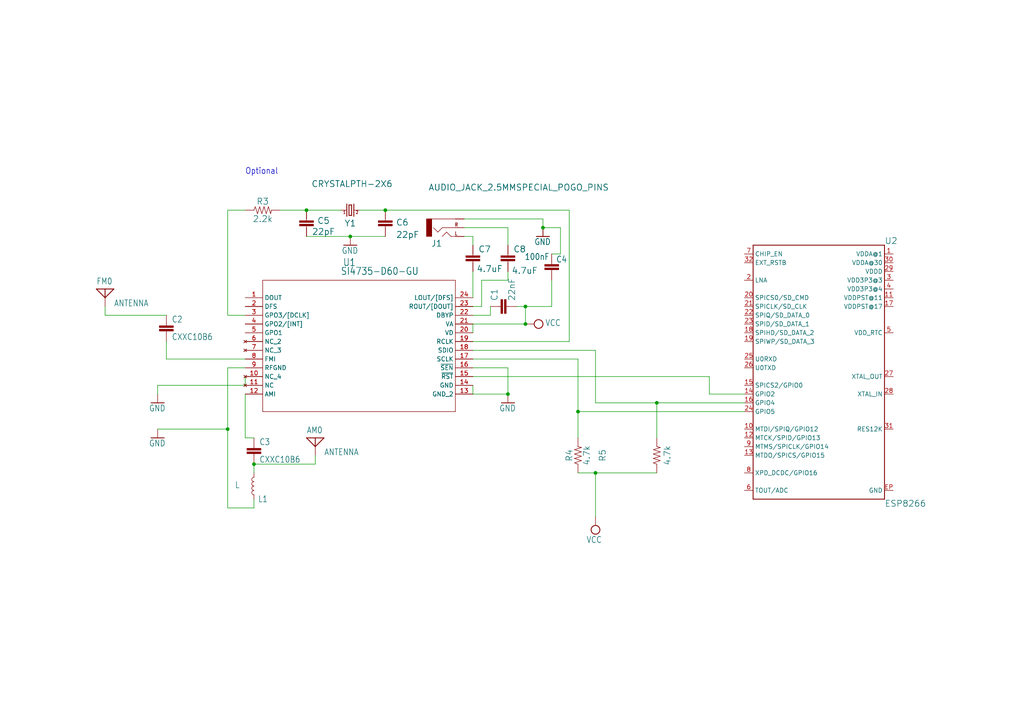
<source format=kicad_sch>
(kicad_sch (version 20231120) (generator "eeschema") (generator_version "8.0")
  (paper "A4")
  (lib_symbols
    (symbol "Device:L" (pin_numbers hide) (pin_names (offset 1.016) hide)
      (property "Reference" "L" (at -1.27 0 90))
      (property "Value" "L" (at 1.905 0 90))
      (symbol "L_0_1"
        (arc (start 0 -2.54) (mid 0.6323 -1.905) (end 0 -1.27))
        (arc (start 0 -1.27) (mid 0.6323 -0.635) (end 0 0))
        (arc (start 0 0) (mid 0.6323 0.635) (end 0 1.27))
        (arc (start 0 1.27) (mid 0.6323 1.905) (end 0 2.54))
      )
      (symbol "L_1_1"
        (pin passive line (at 0 3.81 270) (length 1.27) (name "1") (number "1"))
        (pin passive line (at 0 -3.81 90) (length 1.27) (name "2") (number "2"))
      )
    )
    (symbol "schematic_esp8266_basic-eagle-import:2.2KOHM-0603-1/10W-1%"
      (property "Reference" "R" (at 0 1.524 0))
      (symbol "2.2KOHM-0603-1/10W-1%_1_0"
        (polyline (pts (xy -2.54 0) (xy -2.159 1.016)) (stroke (width 0.1524)))
        (polyline (pts (xy -2.159 1.016) (xy -1.524 -1.016)) (stroke (width 0.1524)))
        (polyline (pts (xy -1.524 -1.016) (xy -0.889 1.016)) (stroke (width 0.1524)))
        (polyline (pts (xy -0.889 1.016) (xy -0.254 -1.016)) (stroke (width 0.1524)))
        (polyline (pts (xy -0.254 -1.016) (xy 0.381 1.016)) (stroke (width 0.1524)))
        (polyline (pts (xy 0.381 1.016) (xy 1.016 -1.016)) (stroke (width 0.1524)))
        (polyline (pts (xy 1.016 -1.016) (xy 1.651 1.016)) (stroke (width 0.1524)))
        (polyline (pts (xy 1.651 1.016) (xy 2.286 -1.016)) (stroke (width 0.1524)))
        (polyline (pts (xy 2.286 -1.016) (xy 2.54 0)) (stroke (width 0.1524)))
        (pin passive line (at -5.08 0 0) (length 2.54) (name "1") (number "1"))
        (pin passive line (at 5.08 0 180) (length 2.54) (name "2") (number "2"))
      )
    )
    (symbol "schematic_esp8266_basic-eagle-import:22NF/22,000PF-0603-50V-10%"
      (property "Reference" "C" (at 1.524 2.921 0))
      (symbol "22NF/22,000PF-0603-50V-10%_1_0"
        (rectangle (start -2.032 0.508) (end 2.032 1.016) (fill (type outline)))
        (rectangle (start -2.032 1.524) (end 2.032 2.032) (fill (type outline)))
        (polyline (pts (xy 0 0) (xy 0 0.508)) (stroke (width 0.1524)))
        (polyline (pts (xy 0 2.54) (xy 0 2.032)) (stroke (width 0.1524)))
        (pin passive line (at 0 5.08 270) (length 2.54) (name "1") (number "1"))
        (pin passive line (at 0 -2.54 90) (length 2.54) (name "2") (number "2"))
      )
    )
    (symbol "schematic_esp8266_basic-eagle-import:22PF-0603-50V-5%"
      (property "Reference" "C" (at 1.524 2.921 0))
      (symbol "22PF-0603-50V-5%_1_0"
        (rectangle (start -2.032 0.508) (end 2.032 1.016) (fill (type outline)))
        (rectangle (start -2.032 1.524) (end 2.032 2.032) (fill (type outline)))
        (polyline (pts (xy 0 0) (xy 0 0.508)) (stroke (width 0.1524)))
        (polyline (pts (xy 0 2.54) (xy 0 2.032)) (stroke (width 0.1524)))
        (pin passive line (at 0 5.08 270) (length 2.54) (name "1") (number "1"))
        (pin passive line (at 0 -2.54 90) (length 2.54) (name "2") (number "2"))
      )
    )
    (symbol "schematic_esp8266_basic-eagle-import:4.7KOHM-0603-1/10W-1%"
      (property "Reference" "R" (at 0 1.524 0))
      (symbol "4.7KOHM-0603-1/10W-1%_1_0"
        (polyline (pts (xy -2.54 0) (xy -2.159 1.016)) (stroke (width 0.1524)))
        (polyline (pts (xy -2.159 1.016) (xy -1.524 -1.016)) (stroke (width 0.1524)))
        (polyline (pts (xy -1.524 -1.016) (xy -0.889 1.016)) (stroke (width 0.1524)))
        (polyline (pts (xy -0.889 1.016) (xy -0.254 -1.016)) (stroke (width 0.1524)))
        (polyline (pts (xy -0.254 -1.016) (xy 0.381 1.016)) (stroke (width 0.1524)))
        (polyline (pts (xy 0.381 1.016) (xy 1.016 -1.016)) (stroke (width 0.1524)))
        (polyline (pts (xy 1.016 -1.016) (xy 1.651 1.016)) (stroke (width 0.1524)))
        (polyline (pts (xy 1.651 1.016) (xy 2.286 -1.016)) (stroke (width 0.1524)))
        (polyline (pts (xy 2.286 -1.016) (xy 2.54 0)) (stroke (width 0.1524)))
        (pin passive line (at -5.08 0 0) (length 2.54) (name "1") (number "1"))
        (pin passive line (at 5.08 0 180) (length 2.54) (name "2") (number "2"))
      )
    )
    (symbol "schematic_esp8266_basic-eagle-import:4.7UF-1206-16V-(+80/-20%)"
      (property "Reference" "C" (at 1.524 2.921 0))
      (symbol "4.7UF-1206-16V-(+80/-20%)_1_0"
        (rectangle (start -2.032 0.508) (end 2.032 1.016) (fill (type outline)))
        (rectangle (start -2.032 1.524) (end 2.032 2.032) (fill (type outline)))
        (polyline (pts (xy 0 0) (xy 0 0.508)) (stroke (width 0.1524)))
        (polyline (pts (xy 0 2.54) (xy 0 2.032)) (stroke (width 0.1524)))
        (pin passive line (at 0 5.08 270) (length 2.54) (name "1") (number "1"))
        (pin passive line (at 0 -2.54 90) (length 2.54) (name "2") (number "2"))
      )
    )
    (symbol "schematic_esp8266_basic-eagle-import:ANTENNA"
      (property "Reference" "ANT" (at -2.54 1.27 0))
      (symbol "ANTENNA_1_0"
        (polyline (pts (xy -2.54 0) (xy 0 0)) (stroke (width 0.254)))
        (polyline (pts (xy 0 -2.54) (xy -2.54 0)) (stroke (width 0.254)))
        (polyline (pts (xy 0 0) (xy 0 -2.54)) (stroke (width 0.254)))
        (polyline (pts (xy 0 0) (xy 2.54 0)) (stroke (width 0.254)))
        (polyline (pts (xy 2.54 0) (xy 0 -2.54)) (stroke (width 0.254)))
        (pin output line (at 0 -5.08 90) (length 2.54) (name "1") (number "1"))
      )
    )
    (symbol "schematic_esp8266_basic-eagle-import:AUDIO_JACK_2.5MMSPECIAL_POGO_PINS"
      (property "Reference" "J" (at -5.08 3.048 0))
      (symbol "AUDIO_JACK_2.5MMSPECIAL_POGO_PINS_1_0"
        (rectangle (start -5.842 2.54) (end -4.318 -2.54) (fill (type outline)))
        (polyline (pts (xy -2.54 -1.27) (xy -3.81 0)) (stroke (width 0.1524)))
        (polyline (pts (xy -1.27 -2.54) (xy 0 -1.27)) (stroke (width 0.1524)))
        (polyline (pts (xy -1.27 0) (xy -2.54 -1.27)) (stroke (width 0.1524)))
        (polyline (pts (xy 0 -1.27) (xy 1.27 -2.54)) (stroke (width 0.1524)))
        (polyline (pts (xy 1.27 -2.54) (xy 2.54 -2.54)) (stroke (width 0.1524)))
        (polyline (pts (xy 2.54 0) (xy -1.27 0)) (stroke (width 0.1524)))
        (polyline (pts (xy 2.54 2.54) (xy -5.08 2.54)) (stroke (width 0.1524)))
        (text "L" (at 2.286 -2.286 0) (effects (font (size 1.016 0.8636) (thickness 0.1727) (bold yes)) (justify left bottom)))
        (text "R" (at 2.286 0.254 0) (effects (font (size 1.016 0.8636) (thickness 0.1727) (bold yes)) (justify left bottom)))
        (pin bidirectional line (at 5.08 2.54 180) (length 2.54) (name "SLEEVE") (number "RING1"))
        (pin bidirectional line (at 5.08 -2.54 180) (length 2.54) (name "LEFT") (number "SHIELD"))
        (pin bidirectional line (at 5.08 0 180) (length 2.54) (name "RIGHT") (number "TIP"))
      )
    )
    (symbol "schematic_esp8266_basic-eagle-import:CRYSTALPTH-2X6"
      (property "Reference" "Y" (at 0 2.032 0))
      (symbol "CRYSTALPTH-2X6_1_0"
        (polyline (pts (xy -2.54 0) (xy -1.016 0)) (stroke (width 0.1524)))
        (polyline (pts (xy -1.016 1.778) (xy -1.016 -1.778)) (stroke (width 0.254)))
        (polyline (pts (xy -0.381 -1.524) (xy 0.381 -1.524)) (stroke (width 0.254)))
        (polyline (pts (xy -0.381 1.524) (xy -0.381 -1.524)) (stroke (width 0.254)))
        (polyline (pts (xy 0.381 -1.524) (xy 0.381 1.524)) (stroke (width 0.254)))
        (polyline (pts (xy 0.381 1.524) (xy -0.381 1.524)) (stroke (width 0.254)))
        (polyline (pts (xy 1.016 0) (xy 2.54 0)) (stroke (width 0.1524)))
        (polyline (pts (xy 1.016 1.778) (xy 1.016 -1.778)) (stroke (width 0.254)))
        (text "1" (at -2.159 -1.143 0) (effects (font (size 0.8636 0.734)) (justify left bottom)))
        (text "2" (at 1.524 -1.143 0) (effects (font (size 0.8636 0.734)) (justify left bottom)))
        (pin passive line (at -2.54 0 0) (length 0) (name "1") (number "1"))
        (pin passive line (at 2.54 0 180) (length 0) (name "2") (number "2"))
      )
    )
    (symbol "schematic_esp8266_basic-eagle-import:CXXC10B6"
      (property "Reference" "CX" (at 1.524 0.381 0))
      (symbol "CXXC10B6_1_0"
        (rectangle (start -2.032 -2.032) (end 2.032 -1.524) (fill (type outline)))
        (rectangle (start -2.032 -1.016) (end 2.032 -0.508) (fill (type outline)))
        (polyline (pts (xy 0 -2.54) (xy 0 -2.032)) (stroke (width 0.1524)))
        (polyline (pts (xy 0 0) (xy 0 -0.508)) (stroke (width 0.1524)))
        (pin passive line (at 0 2.54 270) (length 2.54) (name "1") (number "1"))
        (pin passive line (at 0 -5.08 90) (length 2.54) (name "2") (number "2"))
      )
    )
    (symbol "schematic_esp8266_basic-eagle-import:ESP8266"
      (property "Reference" "U" (at -20.32 38.354 0))
      (symbol "ESP8266_1_0"
        (polyline (pts (xy -20.32 -35.56) (xy -20.32 38.1)) (stroke (width 0.254)))
        (polyline (pts (xy -20.32 38.1) (xy 17.78 38.1)) (stroke (width 0.254)))
        (polyline (pts (xy 17.78 -35.56) (xy -20.32 -35.56)) (stroke (width 0.254)))
        (polyline (pts (xy 17.78 38.1) (xy 17.78 -35.56)) (stroke (width 0.254)))
        (pin bidirectional line (at -22.86 35.56 0) (length 2.54) (name "VDDA@1") (number "1"))
        (pin bidirectional line (at 20.32 -15.24 180) (length 2.54) (name "MTDI/SPIQ/GPIO12") (number "10"))
        (pin bidirectional line (at -22.86 22.86 0) (length 2.54) (name "VDDPST@11") (number "11"))
        (pin bidirectional line (at 20.32 -17.78 180) (length 2.54) (name "MTCK/SPID/GPIO13") (number "12"))
        (pin bidirectional line (at 20.32 -22.86 180) (length 2.54) (name "MTDO/SPICS/GPIO15") (number "13"))
        (pin bidirectional line (at 20.32 -5.08 180) (length 2.54) (name "GPIO2") (number "14"))
        (pin bidirectional line (at 20.32 -2.54 180) (length 2.54) (name "SPICS2/GPIO0") (number "15"))
        (pin bidirectional line (at 20.32 -7.62 180) (length 2.54) (name "GPIO4") (number "16"))
        (pin bidirectional line (at -22.86 20.32 0) (length 2.54) (name "VDDPST@17") (number "17"))
        (pin bidirectional line (at 20.32 12.7 180) (length 2.54) (name "SPIHD/SD_DATA_2") (number "18"))
        (pin bidirectional line (at 20.32 10.16 180) (length 2.54) (name "SPIWP/SD_DATA_3") (number "19"))
        (pin bidirectional line (at 20.32 27.94 180) (length 2.54) (name "LNA") (number "2"))
        (pin bidirectional line (at 20.32 22.86 180) (length 2.54) (name "SPICS0/SD_CMD") (number "20"))
        (pin bidirectional line (at 20.32 20.32 180) (length 2.54) (name "SPICLK/SD_CLK") (number "21"))
        (pin bidirectional line (at 20.32 17.78 180) (length 2.54) (name "SPIQ/SD_DATA_0") (number "22"))
        (pin bidirectional line (at 20.32 15.24 180) (length 2.54) (name "SPID/SD_DATA_1") (number "23"))
        (pin bidirectional line (at 20.32 -10.16 180) (length 2.54) (name "GPIO5") (number "24"))
        (pin bidirectional line (at 20.32 5.08 180) (length 2.54) (name "U0RXD") (number "25"))
        (pin bidirectional line (at 20.32 2.54 180) (length 2.54) (name "U0TXD") (number "26"))
        (pin bidirectional line (at -22.86 0 0) (length 2.54) (name "XTAL_OUT") (number "27"))
        (pin bidirectional line (at -22.86 -5.08 0) (length 2.54) (name "XTAL_IN") (number "28"))
        (pin bidirectional line (at -22.86 30.48 0) (length 2.54) (name "VDDD") (number "29"))
        (pin bidirectional line (at -22.86 27.94 0) (length 2.54) (name "VDD3P3@3") (number "3"))
        (pin bidirectional line (at -22.86 33.02 0) (length 2.54) (name "VDDA@30") (number "30"))
        (pin bidirectional line (at -22.86 -15.24 0) (length 2.54) (name "RES12K") (number "31"))
        (pin bidirectional line (at 20.32 33.02 180) (length 2.54) (name "EXT_RSTB") (number "32"))
        (pin bidirectional line (at -22.86 25.4 0) (length 2.54) (name "VDD3P3@4") (number "4"))
        (pin bidirectional line (at -22.86 12.7 0) (length 2.54) (name "VDD_RTC") (number "5"))
        (pin bidirectional line (at 20.32 -33.02 180) (length 2.54) (name "TOUT/ADC") (number "6"))
        (pin bidirectional line (at 20.32 35.56 180) (length 2.54) (name "CHIP_EN") (number "7"))
        (pin bidirectional line (at 20.32 -27.94 180) (length 2.54) (name "XPD_DCDC/GPIO16") (number "8"))
        (pin bidirectional line (at 20.32 -20.32 180) (length 2.54) (name "MTMS/SPICLK/GPIO14") (number "9"))
        (pin bidirectional line (at -22.86 -33.02 0) (length 2.54) (name "GND") (number "EP"))
      )
    )
    (symbol "schematic_esp8266_basic-eagle-import:GND" (power)
      (symbol "GND_1_0"
        (polyline (pts (xy -1.905 0) (xy 1.905 0)) (stroke (width 0.254)))
        (pin power_in line (at 0 2.54 270) (length 2.54) (name "GND") (number "1"))
      )
    )
    (symbol "schematic_esp8266_basic-eagle-import:SI4735-D60-GU"
      (symbol "SI4735-D60-GU_1_0"
        (polyline (pts (xy 7.62 -33.02) (xy 63.5 -33.02)) (stroke (width 0.1524)))
        (polyline (pts (xy 7.62 5.08) (xy 7.62 -33.02)) (stroke (width 0.1524)))
        (polyline (pts (xy 63.5 -33.02) (xy 63.5 5.08)) (stroke (width 0.1524)))
        (polyline (pts (xy 63.5 5.08) (xy 7.62 5.08)) (stroke (width 0.1524)))
        (pin output line (at 2.54 0 0) (length 5.08) (name "DOUT") (number "1"))
        (pin no_connect line (at 2.54 -22.86 0) (length 5.08) (name "NC_4") (number "10"))
        (pin no_connect line (at 2.54 -25.4 0) (length 5.08) (name "NC") (number "11"))
        (pin input line (at 2.54 -27.94 0) (length 5.08) (name "AMI") (number "12"))
        (pin passive line (at 68.58 -27.94 180) (length 5.08) (name "GND_2") (number "13"))
        (pin passive line (at 68.58 -25.4 180) (length 5.08) (name "GND") (number "14"))
        (pin input line (at 68.58 -22.86 180) (length 5.08) (name "~{RST}") (number "15"))
        (pin input line (at 68.58 -20.32 180) (length 5.08) (name "~{SEN}") (number "16"))
        (pin input line (at 68.58 -17.78 180) (length 5.08) (name "SCLK") (number "17"))
        (pin bidirectional line (at 68.58 -15.24 180) (length 5.08) (name "SDIO") (number "18"))
        (pin input line (at 68.58 -12.7 180) (length 5.08) (name "RCLK") (number "19"))
        (pin input line (at 2.54 -2.54 0) (length 5.08) (name "DFS") (number "2"))
        (pin power_in line (at 68.58 -10.16 180) (length 5.08) (name "VD") (number "20"))
        (pin power_in line (at 68.58 -7.62 180) (length 5.08) (name "VA") (number "21"))
        (pin passive line (at 68.58 -5.08 180) (length 5.08) (name "DBYP") (number "22"))
        (pin output line (at 68.58 -2.54 180) (length 5.08) (name "ROUT/[DOUT]") (number "23"))
        (pin output line (at 68.58 0 180) (length 5.08) (name "LOUT/[DFS]") (number "24"))
        (pin bidirectional line (at 2.54 -5.08 0) (length 5.08) (name "GPO3/[DCLK]") (number "3"))
        (pin bidirectional line (at 2.54 -7.62 0) (length 5.08) (name "GPO2/[INT]") (number "4"))
        (pin output line (at 2.54 -10.16 0) (length 5.08) (name "GPO1") (number "5"))
        (pin no_connect line (at 2.54 -12.7 0) (length 5.08) (name "NC_2") (number "6"))
        (pin no_connect line (at 2.54 -15.24 0) (length 5.08) (name "NC_3") (number "7"))
        (pin input line (at 2.54 -17.78 0) (length 5.08) (name "FMI") (number "8"))
        (pin passive line (at 2.54 -20.32 0) (length 5.08) (name "RFGND") (number "9"))
      )
    )
    (symbol "schematic_esp8266_basic-eagle-import:VCC" (power)
      (symbol "VCC_1_0"
        (circle (center 0 1.27) (radius 1.27) (stroke (width 0.254)))
        (pin power_in line (at 0 -2.54 90) (length 2.54) (name "VCC") (number "1"))
      )
    )
  )
  (junction (at 147.32 114.3))
  (junction (at 73.66 134.62))
  (junction (at 101.6 68.58))
  (junction (at 88.9 60.96))
  (junction (at 172.72 137.16))
  (junction (at 152.4 88.9))
  (junction (at 190.5 116.84))
  (junction (at 157.48 66.04))
  (junction (at 66.04 124.46))
  (junction (at 152.4 93.98))
  (junction (at 111.76 60.96))
  (junction (at 167.64 119.38))
  (wire (pts (xy 139.7 88.9) (xy 139.7 81.28)) (stroke (width 0.1524)))
  (wire (pts (xy 48.26 91.44) (xy 30.48 91.44)) (stroke (width 0.1524)))
  (wire (pts (xy 149.86 88.9) (xy 152.4 88.9)) (stroke (width 0.1524)))
  (wire (pts (xy 45.72 111.76) (xy 45.72 114.3)) (stroke (width 0.1524)))
  (wire (pts (xy 88.9 68.58) (xy 101.6 68.58)) (stroke (width 0.1524)))
  (wire (pts (xy 172.72 137.16) (xy 172.72 149.86)) (stroke (width 0.1524)))
  (wire (pts (xy 162.56 73.66) (xy 160.02 73.66)) (stroke (width 0.1524)))
  (wire (pts (xy 147.32 106.68) (xy 147.32 114.3)) (stroke (width 0.1524)))
  (wire (pts (xy 91.44 134.62) (xy 73.66 134.62)) (stroke (width 0.1524)))
  (wire (pts (xy 190.5 127) (xy 190.5 116.84)) (stroke (width 0.1524)))
  (wire (pts (xy 71.12 106.68) (xy 66.04 106.68)) (stroke (width 0.1524)))
  (wire (pts (xy 104.14 60.96) (xy 111.76 60.96)) (stroke (width 0.1524)))
  (wire (pts (xy 71.12 127) (xy 73.66 127)) (stroke (width 0.1524)))
  (wire (pts (xy 71.12 109.22) (xy 71.12 111.76)) (stroke (width 0.1524)))
  (wire (pts (xy 172.72 116.84) (xy 190.5 116.84)) (stroke (width 0.1524)))
  (wire (pts (xy 66.04 124.46) (xy 66.04 147.32)) (stroke (width 0.1524)))
  (wire (pts (xy 71.12 104.14) (xy 48.26 104.14)) (stroke (width 0.1524)))
  (wire (pts (xy 160.02 88.9) (xy 152.4 88.9)) (stroke (width 0.1524)))
  (wire (pts (xy 66.04 91.44) (xy 66.04 60.96)) (stroke (width 0.1524)))
  (wire (pts (xy 157.48 66.04) (xy 162.56 66.04)) (stroke (width 0.1524)))
  (wire (pts (xy 137.16 111.76) (xy 137.16 114.3)) (stroke (width 0.1524)))
  (wire (pts (xy 48.26 104.14) (xy 48.26 99.06)) (stroke (width 0.1524)))
  (wire (pts (xy 137.16 93.98) (xy 137.16 96.52)) (stroke (width 0.1524)))
  (wire (pts (xy 137.16 68.58) (xy 137.16 71.12)) (stroke (width 0.1524)))
  (wire (pts (xy 139.7 81.28) (xy 147.32 81.28)) (stroke (width 0.1524)))
  (wire (pts (xy 215.9 116.84) (xy 190.5 116.84)) (stroke (width 0.1524)))
  (wire (pts (xy 147.32 114.3) (xy 137.16 114.3)) (stroke (width 0.1524)))
  (wire (pts (xy 66.04 60.96) (xy 71.12 60.96)) (stroke (width 0.1524)))
  (wire (pts (xy 137.16 88.9) (xy 139.7 88.9)) (stroke (width 0.1524)))
  (wire (pts (xy 66.04 106.68) (xy 66.04 124.46)) (stroke (width 0.1524)))
  (wire (pts (xy 137.16 106.68) (xy 147.32 106.68)) (stroke (width 0.1524)))
  (wire (pts (xy 157.48 63.5) (xy 157.48 66.04)) (stroke (width 0.1524)))
  (wire (pts (xy 73.66 144.78) (xy 73.66 147.32)))
  (wire (pts (xy 134.62 68.58) (xy 137.16 68.58)) (stroke (width 0.1524)))
  (wire (pts (xy 111.76 68.58) (xy 101.6 68.58)) (stroke (width 0.1524)))
  (wire (pts (xy 137.16 86.36) (xy 137.16 78.74)) (stroke (width 0.1524)))
  (wire (pts (xy 71.12 111.76) (xy 45.72 111.76)) (stroke (width 0.1524)))
  (wire (pts (xy 167.64 119.38) (xy 215.9 119.38)) (stroke (width 0.1524)))
  (wire (pts (xy 162.56 66.04) (xy 162.56 73.66)) (stroke (width 0.1524)))
  (wire (pts (xy 172.72 101.6) (xy 172.72 116.84)) (stroke (width 0.1524)))
  (wire (pts (xy 99.06 60.96) (xy 88.9 60.96)) (stroke (width 0.1524)))
  (wire (pts (xy 71.12 91.44) (xy 66.04 91.44)) (stroke (width 0.1524)))
  (wire (pts (xy 137.16 101.6) (xy 172.72 101.6)) (stroke (width 0.1524)))
  (wire (pts (xy 45.72 124.46) (xy 66.04 124.46)) (stroke (width 0.1524)))
  (wire (pts (xy 205.74 109.22) (xy 205.74 114.3)) (stroke (width 0.1524)))
  (wire (pts (xy 167.64 137.16) (xy 172.72 137.16)) (stroke (width 0.1524)))
  (wire (pts (xy 167.64 127) (xy 167.64 119.38)) (stroke (width 0.1524)))
  (wire (pts (xy 137.16 99.06) (xy 165.1 99.06)) (stroke (width 0.1524)))
  (wire (pts (xy 137.16 104.14) (xy 167.64 104.14)) (stroke (width 0.1524)))
  (wire (pts (xy 134.62 66.04) (xy 147.32 66.04)) (stroke (width 0.1524)))
  (wire (pts (xy 81.28 60.96) (xy 88.9 60.96)) (stroke (width 0.1524)))
  (wire (pts (xy 71.12 114.3) (xy 71.12 127)) (stroke (width 0.1524)))
  (wire (pts (xy 137.16 93.98) (xy 152.4 93.98)) (stroke (width 0.1524)))
  (wire (pts (xy 167.64 104.14) (xy 167.64 119.38)) (stroke (width 0.1524)))
  (wire (pts (xy 142.24 91.44) (xy 137.16 91.44)) (stroke (width 0.1524)))
  (wire (pts (xy 165.1 60.96) (xy 111.76 60.96)) (stroke (width 0.1524)))
  (wire (pts (xy 142.24 88.9) (xy 142.24 91.44)) (stroke (width 0.1524)))
  (wire (pts (xy 147.32 81.28) (xy 147.32 78.74)) (stroke (width 0.1524)))
  (wire (pts (xy 137.16 109.22) (xy 205.74 109.22)) (stroke (width 0.1524)))
  (wire (pts (xy 30.48 91.44) (xy 30.48 88.9)) (stroke (width 0.1524)))
  (wire (pts (xy 205.74 114.3) (xy 215.9 114.3)) (stroke (width 0.1524)))
  (wire (pts (xy 160.02 81.28) (xy 160.02 88.9)) (stroke (width 0.1524)))
  (wire (pts (xy 66.04 147.32) (xy 73.66 147.32)) (stroke (width 0.1524)))
  (wire (pts (xy 152.4 88.9) (xy 152.4 93.98)) (stroke (width 0.1524)))
  (wire (pts (xy 147.32 66.04) (xy 147.32 71.12)) (stroke (width 0.1524)))
  (wire (pts (xy 134.62 63.5) (xy 157.48 63.5)) (stroke (width 0.1524)))
  (wire (pts (xy 91.44 132.08) (xy 91.44 134.62)) (stroke (width 0.1524)))
  (wire (pts (xy 73.66 134.62) (xy 73.66 137.16)) (stroke (width 0.1524)))
  (wire (pts (xy 190.5 137.16) (xy 172.72 137.16)) (stroke (width 0.1524)))
  (wire (pts (xy 165.1 99.06) (xy 165.1 60.96)) (stroke (width 0.1524)))
  (text "Optional" (at 71.12 50.8 0) (effects (font (size 1.778 1.5113)) (justify left bottom)))
  (symbol (lib_id "schematic_esp8266_basic-eagle-import:22NF/22,000PF-0603-50V-10%") (at 147.32 88.9 90) (unit 1)
    (property "Reference" "C1" (at 144.399 87.376 0) (effects (font (size 1.778 1.778)) (justify left bottom)))
    (property "Value" "22nF" (at 149.479 87.376 0) (effects (font (size 1.778 1.778)) (justify left bottom)))
    (property "Footprint" "schematic_esp8266_basic:0603" (effects (hide yes)))
  )
  (symbol (lib_id "schematic_esp8266_basic-eagle-import:CXXC10B6") (at 160.02 76.2 0) (unit 1)
    (property "Reference" "C4" (at 161.29 76.2 0) (effects (font (size 1.778 1.5113)) (justify left bottom)))
    (property "Value" "100nF" (at 152.146 75.438 0) (effects (font (size 1.778 1.5113)) (justify left bottom)))
    (property "Footprint" "schematic_esp8266_basic:XC10B6" (effects (hide yes)))
  )
  (symbol (lib_id "schematic_esp8266_basic-eagle-import:AUDIO_JACK_2.5MMSPECIAL_POGO_PINS") (at 129.54 66.04 0) (unit 1)
    (property "Reference" "J1" (at 124.968 71.628 0) (effects (font (size 1.778 1.778)) (justify left bottom)))
    (property "Value" "AUDIO_JACK_2.5MMSPECIAL_POGO_PINS" (at 124.206 55.372 0) (effects (font (size 1.778 1.778)) (justify left bottom)))
    (property "Footprint" "schematic_esp8266_basic:STEREOJACK2.5MM_SPECIAL_POGOPINS" (effects (hide yes)))
  )
  (symbol (lib_id "schematic_esp8266_basic-eagle-import:CXXC10B6") (at 73.66 129.54 0) (unit 1)
    (property "Reference" "C3" (at 75.184 129.159 0) (effects (font (size 1.778 1.5113)) (justify left bottom)))
    (property "Value" "CXXC10B6" (at 75.184 134.239 0) (effects (font (size 1.778 1.5113)) (justify left bottom)))
    (property "Footprint" "schematic_esp8266_basic:XC10B6" (effects (hide yes)))
  )
  (symbol (lib_id "schematic_esp8266_basic-eagle-import:4.7KOHM-0603-1/10W-1%") (at 167.64 132.08 90) (unit 1)
    (property "Reference" "R4" (at 166.116 132.08 0) (effects (font (size 1.778 1.778)) (justify bottom)))
    (property "Value" "4.7k" (at 169.164 132.08 0) (effects (font (size 1.778 1.778)) (justify top)))
    (property "Footprint" "schematic_esp8266_basic:0603" (effects (hide yes)))
  )
  (symbol (lib_id "schematic_esp8266_basic-eagle-import:GND") (at 45.72 127 0) (unit 1)
    (property "Reference" "#GND05" (effects (hide yes)))
    (property "Value" "GND" (at 43.18 129.54 0) (effects (font (size 1.778 1.5113)) (justify left bottom)))
  )
  (symbol (lib_id "schematic_esp8266_basic-eagle-import:GND") (at 101.6 71.12 0) (unit 1)
    (property "Reference" "#GND03" (effects (hide yes)))
    (property "Value" "GND" (at 99.06 73.66 0) (effects (font (size 1.778 1.5113)) (justify left bottom)))
  )
  (symbol (lib_id "schematic_esp8266_basic-eagle-import:4.7UF-1206-16V-(+80/-20%)") (at 137.16 76.2 0) (unit 1)
    (property "Reference" "C7" (at 138.684 73.279 0) (effects (font (size 1.778 1.778)) (justify left bottom)))
    (property "Value" "4.7uF" (at 138.176 78.994 0) (effects (font (size 1.778 1.778)) (justify left bottom)))
    (property "Footprint" "schematic_esp8266_basic:1206" (effects (hide yes)))
  )
  (symbol (lib_id "Device:L") (at 73.66 140.97 180) (unit 1)
    (property "Reference" "L1" (at 77.724 143.764 0) (effects (font (size 1.778 1.5113)) (justify left bottom)))
    (property "Value" "L" (at 69.596 139.7 0) (effects (font (size 1.778 1.5113)) (justify left bottom)))
    (property "Description" "Inductor" (effects (hide yes)))
  )
  (symbol (lib_id "schematic_esp8266_basic-eagle-import:4.7KOHM-0603-1/10W-1%") (at 190.5 132.08 90) (unit 1)
    (property "Reference" "R5" (at 173.736 132.08 0) (effects (font (size 1.778 1.778)) (justify top)))
    (property "Value" "4.7k" (at 194.564 132.08 0) (effects (font (size 1.778 1.778)) (justify bottom)))
    (property "Footprint" "schematic_esp8266_basic:0603" (effects (hide yes)))
  )
  (symbol (lib_id "schematic_esp8266_basic-eagle-import:GND") (at 157.48 68.58 0) (unit 1)
    (property "Reference" "#GND04" (effects (hide yes)))
    (property "Value" "GND" (at 154.94 71.12 0) (effects (font (size 1.778 1.5113)) (justify left bottom)))
  )
  (symbol (lib_id "schematic_esp8266_basic-eagle-import:22PF-0603-50V-5%") (at 111.76 66.04 0) (unit 1)
    (property "Reference" "C6" (at 114.808 65.532 0) (effects (font (size 1.778 1.778)) (justify left bottom)))
    (property "Value" "22pF" (at 114.808 69.088 0) (effects (font (size 1.778 1.778)) (justify left bottom)))
    (property "Footprint" "schematic_esp8266_basic:0603" (effects (hide yes)))
  )
  (symbol (lib_id "schematic_esp8266_basic-eagle-import:ESP8266") (at 236.22 109.22 0) (mirror y) (unit 1)
    (property "Reference" "U2" (at 256.54 70.866 0) (effects (font (size 1.778 1.778)) (justify right bottom)))
    (property "Value" "ESP8266" (at 256.54 145.034 0) (effects (font (size 1.778 1.778)) (justify right top)))
    (property "Footprint" "schematic_esp8266_basic:QFN32-5X5MM" (effects (hide yes)))
  )
  (symbol (lib_id "schematic_esp8266_basic-eagle-import:CXXC10B6") (at 48.26 93.98 0) (unit 1)
    (property "Reference" "C2" (at 49.784 93.599 0) (effects (font (size 1.778 1.5113)) (justify left bottom)))
    (property "Value" "CXXC10B6" (at 49.784 98.679 0) (effects (font (size 1.778 1.5113)) (justify left bottom)))
    (property "Footprint" "schematic_esp8266_basic:XC10B6" (effects (hide yes)))
  )
  (symbol (lib_id "schematic_esp8266_basic-eagle-import:SI4735-D60-GU") (at 68.58 86.36 0) (unit 1)
    (property "Reference" "U1" (at 99.4156 77.2414 0) (effects (font (size 2.0828 1.7703)) (justify left bottom)))
    (property "Value" "SI4735-D60-GU" (at 98.7806 79.7814 0) (effects (font (size 2.0828 1.7703)) (justify left bottom)))
    (property "Footprint" "schematic_esp8266_basic:SSOP24_SIL" (effects (hide yes)))
  )
  (symbol (lib_id "schematic_esp8266_basic-eagle-import:GND") (at 45.72 116.84 0) (unit 1)
    (property "Reference" "#GND07" (effects (hide yes)))
    (property "Value" "GND" (at 43.18 119.38 0) (effects (font (size 1.778 1.5113)) (justify left bottom)))
  )
  (symbol (lib_id "schematic_esp8266_basic-eagle-import:GND") (at 147.32 116.84 0) (unit 1)
    (property "Reference" "#GND01" (effects (hide yes)))
    (property "Value" "GND" (at 144.78 119.38 0) (effects (font (size 1.778 1.5113)) (justify left bottom)))
  )
  (symbol (lib_id "schematic_esp8266_basic-eagle-import:VCC") (at 154.94 93.98 270) (unit 1)
    (property "Reference" "#SUPPLY01" (effects (hide yes)))
    (property "Value" "VCC" (at 158.115 94.615 90) (effects (font (size 1.778 1.5113)) (justify left bottom)))
  )
  (symbol (lib_id "schematic_esp8266_basic-eagle-import:CRYSTALPTH-2X6") (at 101.6 60.96 0) (unit 1)
    (property "Reference" "Y1" (at 101.6 65.786 0) (effects (font (size 1.778 1.778)) (justify bottom)))
    (property "Value" "CRYSTALPTH-2X6" (at 102.108 52.324 0) (effects (font (size 1.778 1.778)) (justify top)))
    (property "Footprint" "schematic_esp8266_basic:CRYSTAL-PTH-2X6-CYL" (effects (hide yes)))
  )
  (symbol (lib_id "schematic_esp8266_basic-eagle-import:VCC") (at 172.72 152.4 180) (unit 1)
    (property "Reference" "#SUPPLY04" (effects (hide yes)))
    (property "Value" "VCC" (at 174.625 155.575 0) (effects (font (size 1.778 1.5113)) (justify left bottom)))
  )
  (symbol (lib_id "schematic_esp8266_basic-eagle-import:2.2KOHM-0603-1/10W-1%") (at 76.2 60.96 0) (unit 1)
    (property "Reference" "R3" (at 76.2 59.436 0) (effects (font (size 1.778 1.778)) (justify bottom)))
    (property "Value" "2.2k" (at 76.2 62.484 0) (effects (font (size 1.778 1.778)) (justify top)))
    (property "Footprint" "schematic_esp8266_basic:0603" (effects (hide yes)))
  )
  (symbol (lib_id "schematic_esp8266_basic-eagle-import:4.7UF-1206-16V-(+80/-20%)") (at 147.32 76.2 0) (unit 1)
    (property "Reference" "C8" (at 148.844 73.279 0) (effects (font (size 1.778 1.778)) (justify left bottom)))
    (property "Value" "4.7uF" (at 148.336 79.502 0) (effects (font (size 1.778 1.778)) (justify left bottom)))
    (property "Footprint" "schematic_esp8266_basic:1206" (effects (hide yes)))
  )
  (symbol (lib_id "schematic_esp8266_basic-eagle-import:ANTENNA") (at 91.44 127 0) (unit 1)
    (property "Reference" "AM0" (at 88.9 125.73 0) (effects (font (size 1.778 1.5113)) (justify left bottom)))
    (property "Value" "ANTENNA" (at 93.98 132.08 0) (effects (font (size 1.778 1.5113)) (justify left bottom)))
    (property "Footprint" "schematic_esp8266_basic:PAD-01" (effects (hide yes)))
  )
  (symbol (lib_id "schematic_esp8266_basic-eagle-import:22PF-0603-50V-5%") (at 88.9 66.04 0) (unit 1)
    (property "Reference" "C5" (at 91.948 65.024 0) (effects (font (size 1.778 1.778)) (justify left bottom)))
    (property "Value" "22pF" (at 90.424 68.199 0) (effects (font (size 1.778 1.778)) (justify left bottom)))
    (property "Footprint" "schematic_esp8266_basic:0603" (effects (hide yes)))
  )
  (symbol (lib_id "schematic_esp8266_basic-eagle-import:ANTENNA") (at 30.48 83.82 0) (unit 1)
    (property "Reference" "FM0" (at 27.94 82.55 0) (effects (font (size 1.778 1.5113)) (justify left bottom)))
    (property "Value" "ANTENNA" (at 33.02 88.9 0) (effects (font (size 1.778 1.5113)) (justify left bottom)))
    (property "Footprint" "schematic_esp8266_basic:PAD-01" (effects (hide yes)))
  )
)
</source>
